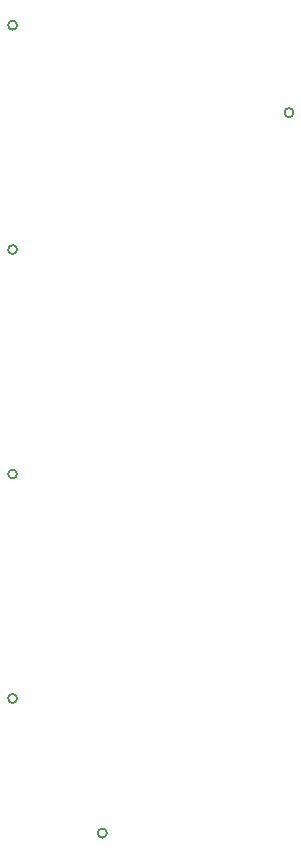
<source format=gbr>
G04 #@! TF.GenerationSoftware,KiCad,Pcbnew,(5.1.7-0-10_14)*
G04 #@! TF.CreationDate,2020-11-21T12:18:44-08:00*
G04 #@! TF.ProjectId,Main PCB,4d61696e-2050-4434-922e-6b696361645f,1*
G04 #@! TF.SameCoordinates,Original*
G04 #@! TF.FileFunction,Legend,Bot*
G04 #@! TF.FilePolarity,Positive*
%FSLAX46Y46*%
G04 Gerber Fmt 4.6, Leading zero omitted, Abs format (unit mm)*
G04 Created by KiCad (PCBNEW (5.1.7-0-10_14)) date 2020-11-21 12:18:44*
%MOMM*%
%LPD*%
G01*
G04 APERTURE LIST*
%ADD10C,0.152400*%
G04 APERTURE END LIST*
D10*
X1976000Y-49000000D02*
G75*
G03*
X1976000Y-49000000I-381000J0D01*
G01*
X-5619000Y-37595000D02*
G75*
G03*
X-5619000Y-37595000I-381000J0D01*
G01*
X-5619000Y-18595000D02*
G75*
G03*
X-5619000Y-18595000I-381000J0D01*
G01*
X-5619000Y405000D02*
G75*
G03*
X-5619000Y405000I-381000J0D01*
G01*
X-5619000Y19405000D02*
G75*
G03*
X-5619000Y19405000I-381000J0D01*
G01*
X17786000Y12000000D02*
G75*
G03*
X17786000Y12000000I-381000J0D01*
G01*
M02*

</source>
